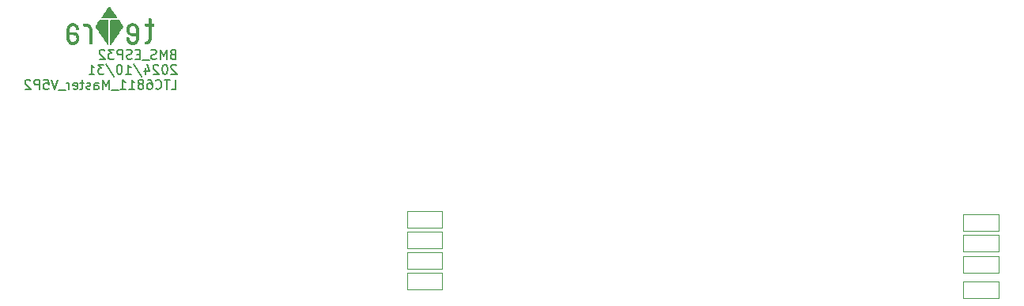
<source format=gbr>
%TF.GenerationSoftware,KiCad,Pcbnew,9.0.4*%
%TF.CreationDate,2025-10-02T14:04:06+09:00*%
%TF.ProjectId,LTC6811_ESP32_Master_V5P3,4c544336-3831-4315-9f45-535033325f4d,rev?*%
%TF.SameCoordinates,Original*%
%TF.FileFunction,Legend,Bot*%
%TF.FilePolarity,Positive*%
%FSLAX46Y46*%
G04 Gerber Fmt 4.6, Leading zero omitted, Abs format (unit mm)*
G04 Created by KiCad (PCBNEW 9.0.4) date 2025-10-02 14:04:06*
%MOMM*%
%LPD*%
G01*
G04 APERTURE LIST*
G04 Aperture macros list*
%AMRoundRect*
0 Rectangle with rounded corners*
0 $1 Rounding radius*
0 $2 $3 $4 $5 $6 $7 $8 $9 X,Y pos of 4 corners*
0 Add a 4 corners polygon primitive as box body*
4,1,4,$2,$3,$4,$5,$6,$7,$8,$9,$2,$3,0*
0 Add four circle primitives for the rounded corners*
1,1,$1+$1,$2,$3*
1,1,$1+$1,$4,$5*
1,1,$1+$1,$6,$7*
1,1,$1+$1,$8,$9*
0 Add four rect primitives between the rounded corners*
20,1,$1+$1,$2,$3,$4,$5,0*
20,1,$1+$1,$4,$5,$6,$7,0*
20,1,$1+$1,$6,$7,$8,$9,0*
20,1,$1+$1,$8,$9,$2,$3,0*%
G04 Aperture macros list end*
%ADD10C,0.120000*%
%ADD11C,0.150000*%
%ADD12C,0.010000*%
%ADD13C,3.200000*%
%ADD14RoundRect,0.250000X0.725000X-0.600000X0.725000X0.600000X-0.725000X0.600000X-0.725000X-0.600000X0*%
%ADD15O,1.950000X1.700000*%
%ADD16R,1.600000X1.600000*%
%ADD17O,1.600000X1.600000*%
%ADD18C,1.400000*%
%ADD19O,1.400000X1.400000*%
%ADD20O,1.700000X1.950000*%
%ADD21RoundRect,0.250000X0.600000X0.725000X-0.600000X0.725000X-0.600000X-0.725000X0.600000X-0.725000X0*%
%ADD22RoundRect,0.250001X-1.099999X1.099999X-1.099999X-1.099999X1.099999X-1.099999X1.099999X1.099999X0*%
%ADD23C,2.700000*%
%ADD24RoundRect,0.250000X-0.725000X0.600000X-0.725000X-0.600000X0.725000X-0.600000X0.725000X0.600000X0*%
G04 APERTURE END LIST*
D10*
X139000000Y12900000D02*
X142800000Y12900000D01*
X142800000Y11100000D01*
X139000000Y11100000D01*
X139000000Y12900000D01*
X139000000Y20100000D02*
X142800000Y20100000D01*
X142800000Y18300000D01*
X139000000Y18300000D01*
X139000000Y20100000D01*
X79400000Y13800000D02*
X83200000Y13800000D01*
X83200000Y12000000D01*
X79400000Y12000000D01*
X79400000Y13800000D01*
X79400000Y20400000D02*
X83200000Y20400000D01*
X83200000Y18600000D01*
X79400000Y18600000D01*
X79400000Y20400000D01*
X139000000Y15600000D02*
X142800000Y15600000D01*
X142800000Y13800000D01*
X139000000Y13800000D01*
X139000000Y15600000D01*
X79400000Y18200000D02*
X83200000Y18200000D01*
X83200000Y16400000D01*
X79400000Y16400000D01*
X79400000Y18200000D01*
X139000000Y17900000D02*
X142800000Y17900000D01*
X142800000Y16100000D01*
X139000000Y16100000D01*
X139000000Y17900000D01*
X79400000Y16000000D02*
X83200000Y16000000D01*
X83200000Y14200000D01*
X79400000Y14200000D01*
X79400000Y16000000D01*
D11*
X54329887Y37223879D02*
X54187030Y37176260D01*
X54187030Y37176260D02*
X54139411Y37128641D01*
X54139411Y37128641D02*
X54091792Y37033403D01*
X54091792Y37033403D02*
X54091792Y36890546D01*
X54091792Y36890546D02*
X54139411Y36795308D01*
X54139411Y36795308D02*
X54187030Y36747688D01*
X54187030Y36747688D02*
X54282268Y36700069D01*
X54282268Y36700069D02*
X54663220Y36700069D01*
X54663220Y36700069D02*
X54663220Y37700069D01*
X54663220Y37700069D02*
X54329887Y37700069D01*
X54329887Y37700069D02*
X54234649Y37652450D01*
X54234649Y37652450D02*
X54187030Y37604831D01*
X54187030Y37604831D02*
X54139411Y37509593D01*
X54139411Y37509593D02*
X54139411Y37414355D01*
X54139411Y37414355D02*
X54187030Y37319117D01*
X54187030Y37319117D02*
X54234649Y37271498D01*
X54234649Y37271498D02*
X54329887Y37223879D01*
X54329887Y37223879D02*
X54663220Y37223879D01*
X53663220Y36700069D02*
X53663220Y37700069D01*
X53663220Y37700069D02*
X53329887Y36985784D01*
X53329887Y36985784D02*
X52996554Y37700069D01*
X52996554Y37700069D02*
X52996554Y36700069D01*
X52567982Y36747688D02*
X52425125Y36700069D01*
X52425125Y36700069D02*
X52187030Y36700069D01*
X52187030Y36700069D02*
X52091792Y36747688D01*
X52091792Y36747688D02*
X52044173Y36795308D01*
X52044173Y36795308D02*
X51996554Y36890546D01*
X51996554Y36890546D02*
X51996554Y36985784D01*
X51996554Y36985784D02*
X52044173Y37081022D01*
X52044173Y37081022D02*
X52091792Y37128641D01*
X52091792Y37128641D02*
X52187030Y37176260D01*
X52187030Y37176260D02*
X52377506Y37223879D01*
X52377506Y37223879D02*
X52472744Y37271498D01*
X52472744Y37271498D02*
X52520363Y37319117D01*
X52520363Y37319117D02*
X52567982Y37414355D01*
X52567982Y37414355D02*
X52567982Y37509593D01*
X52567982Y37509593D02*
X52520363Y37604831D01*
X52520363Y37604831D02*
X52472744Y37652450D01*
X52472744Y37652450D02*
X52377506Y37700069D01*
X52377506Y37700069D02*
X52139411Y37700069D01*
X52139411Y37700069D02*
X51996554Y37652450D01*
X51806078Y36604831D02*
X51044173Y36604831D01*
X50806077Y37223879D02*
X50472744Y37223879D01*
X50329887Y36700069D02*
X50806077Y36700069D01*
X50806077Y36700069D02*
X50806077Y37700069D01*
X50806077Y37700069D02*
X50329887Y37700069D01*
X49948934Y36747688D02*
X49806077Y36700069D01*
X49806077Y36700069D02*
X49567982Y36700069D01*
X49567982Y36700069D02*
X49472744Y36747688D01*
X49472744Y36747688D02*
X49425125Y36795308D01*
X49425125Y36795308D02*
X49377506Y36890546D01*
X49377506Y36890546D02*
X49377506Y36985784D01*
X49377506Y36985784D02*
X49425125Y37081022D01*
X49425125Y37081022D02*
X49472744Y37128641D01*
X49472744Y37128641D02*
X49567982Y37176260D01*
X49567982Y37176260D02*
X49758458Y37223879D01*
X49758458Y37223879D02*
X49853696Y37271498D01*
X49853696Y37271498D02*
X49901315Y37319117D01*
X49901315Y37319117D02*
X49948934Y37414355D01*
X49948934Y37414355D02*
X49948934Y37509593D01*
X49948934Y37509593D02*
X49901315Y37604831D01*
X49901315Y37604831D02*
X49853696Y37652450D01*
X49853696Y37652450D02*
X49758458Y37700069D01*
X49758458Y37700069D02*
X49520363Y37700069D01*
X49520363Y37700069D02*
X49377506Y37652450D01*
X48948934Y36700069D02*
X48948934Y37700069D01*
X48948934Y37700069D02*
X48567982Y37700069D01*
X48567982Y37700069D02*
X48472744Y37652450D01*
X48472744Y37652450D02*
X48425125Y37604831D01*
X48425125Y37604831D02*
X48377506Y37509593D01*
X48377506Y37509593D02*
X48377506Y37366736D01*
X48377506Y37366736D02*
X48425125Y37271498D01*
X48425125Y37271498D02*
X48472744Y37223879D01*
X48472744Y37223879D02*
X48567982Y37176260D01*
X48567982Y37176260D02*
X48948934Y37176260D01*
X48044172Y37700069D02*
X47425125Y37700069D01*
X47425125Y37700069D02*
X47758458Y37319117D01*
X47758458Y37319117D02*
X47615601Y37319117D01*
X47615601Y37319117D02*
X47520363Y37271498D01*
X47520363Y37271498D02*
X47472744Y37223879D01*
X47472744Y37223879D02*
X47425125Y37128641D01*
X47425125Y37128641D02*
X47425125Y36890546D01*
X47425125Y36890546D02*
X47472744Y36795308D01*
X47472744Y36795308D02*
X47520363Y36747688D01*
X47520363Y36747688D02*
X47615601Y36700069D01*
X47615601Y36700069D02*
X47901315Y36700069D01*
X47901315Y36700069D02*
X47996553Y36747688D01*
X47996553Y36747688D02*
X48044172Y36795308D01*
X47044172Y37604831D02*
X46996553Y37652450D01*
X46996553Y37652450D02*
X46901315Y37700069D01*
X46901315Y37700069D02*
X46663220Y37700069D01*
X46663220Y37700069D02*
X46567982Y37652450D01*
X46567982Y37652450D02*
X46520363Y37604831D01*
X46520363Y37604831D02*
X46472744Y37509593D01*
X46472744Y37509593D02*
X46472744Y37414355D01*
X46472744Y37414355D02*
X46520363Y37271498D01*
X46520363Y37271498D02*
X47091791Y36700069D01*
X47091791Y36700069D02*
X46472744Y36700069D01*
X54710839Y35994887D02*
X54663220Y36042506D01*
X54663220Y36042506D02*
X54567982Y36090125D01*
X54567982Y36090125D02*
X54329887Y36090125D01*
X54329887Y36090125D02*
X54234649Y36042506D01*
X54234649Y36042506D02*
X54187030Y35994887D01*
X54187030Y35994887D02*
X54139411Y35899649D01*
X54139411Y35899649D02*
X54139411Y35804411D01*
X54139411Y35804411D02*
X54187030Y35661554D01*
X54187030Y35661554D02*
X54758458Y35090125D01*
X54758458Y35090125D02*
X54139411Y35090125D01*
X53520363Y36090125D02*
X53425125Y36090125D01*
X53425125Y36090125D02*
X53329887Y36042506D01*
X53329887Y36042506D02*
X53282268Y35994887D01*
X53282268Y35994887D02*
X53234649Y35899649D01*
X53234649Y35899649D02*
X53187030Y35709173D01*
X53187030Y35709173D02*
X53187030Y35471078D01*
X53187030Y35471078D02*
X53234649Y35280602D01*
X53234649Y35280602D02*
X53282268Y35185364D01*
X53282268Y35185364D02*
X53329887Y35137744D01*
X53329887Y35137744D02*
X53425125Y35090125D01*
X53425125Y35090125D02*
X53520363Y35090125D01*
X53520363Y35090125D02*
X53615601Y35137744D01*
X53615601Y35137744D02*
X53663220Y35185364D01*
X53663220Y35185364D02*
X53710839Y35280602D01*
X53710839Y35280602D02*
X53758458Y35471078D01*
X53758458Y35471078D02*
X53758458Y35709173D01*
X53758458Y35709173D02*
X53710839Y35899649D01*
X53710839Y35899649D02*
X53663220Y35994887D01*
X53663220Y35994887D02*
X53615601Y36042506D01*
X53615601Y36042506D02*
X53520363Y36090125D01*
X52806077Y35994887D02*
X52758458Y36042506D01*
X52758458Y36042506D02*
X52663220Y36090125D01*
X52663220Y36090125D02*
X52425125Y36090125D01*
X52425125Y36090125D02*
X52329887Y36042506D01*
X52329887Y36042506D02*
X52282268Y35994887D01*
X52282268Y35994887D02*
X52234649Y35899649D01*
X52234649Y35899649D02*
X52234649Y35804411D01*
X52234649Y35804411D02*
X52282268Y35661554D01*
X52282268Y35661554D02*
X52853696Y35090125D01*
X52853696Y35090125D02*
X52234649Y35090125D01*
X51377506Y35756792D02*
X51377506Y35090125D01*
X51615601Y36137744D02*
X51853696Y35423459D01*
X51853696Y35423459D02*
X51234649Y35423459D01*
X50139411Y36137744D02*
X50996553Y34852030D01*
X49282268Y35090125D02*
X49853696Y35090125D01*
X49567982Y35090125D02*
X49567982Y36090125D01*
X49567982Y36090125D02*
X49663220Y35947268D01*
X49663220Y35947268D02*
X49758458Y35852030D01*
X49758458Y35852030D02*
X49853696Y35804411D01*
X48663220Y36090125D02*
X48567982Y36090125D01*
X48567982Y36090125D02*
X48472744Y36042506D01*
X48472744Y36042506D02*
X48425125Y35994887D01*
X48425125Y35994887D02*
X48377506Y35899649D01*
X48377506Y35899649D02*
X48329887Y35709173D01*
X48329887Y35709173D02*
X48329887Y35471078D01*
X48329887Y35471078D02*
X48377506Y35280602D01*
X48377506Y35280602D02*
X48425125Y35185364D01*
X48425125Y35185364D02*
X48472744Y35137744D01*
X48472744Y35137744D02*
X48567982Y35090125D01*
X48567982Y35090125D02*
X48663220Y35090125D01*
X48663220Y35090125D02*
X48758458Y35137744D01*
X48758458Y35137744D02*
X48806077Y35185364D01*
X48806077Y35185364D02*
X48853696Y35280602D01*
X48853696Y35280602D02*
X48901315Y35471078D01*
X48901315Y35471078D02*
X48901315Y35709173D01*
X48901315Y35709173D02*
X48853696Y35899649D01*
X48853696Y35899649D02*
X48806077Y35994887D01*
X48806077Y35994887D02*
X48758458Y36042506D01*
X48758458Y36042506D02*
X48663220Y36090125D01*
X47187030Y36137744D02*
X48044172Y34852030D01*
X46948934Y36090125D02*
X46329887Y36090125D01*
X46329887Y36090125D02*
X46663220Y35709173D01*
X46663220Y35709173D02*
X46520363Y35709173D01*
X46520363Y35709173D02*
X46425125Y35661554D01*
X46425125Y35661554D02*
X46377506Y35613935D01*
X46377506Y35613935D02*
X46329887Y35518697D01*
X46329887Y35518697D02*
X46329887Y35280602D01*
X46329887Y35280602D02*
X46377506Y35185364D01*
X46377506Y35185364D02*
X46425125Y35137744D01*
X46425125Y35137744D02*
X46520363Y35090125D01*
X46520363Y35090125D02*
X46806077Y35090125D01*
X46806077Y35090125D02*
X46901315Y35137744D01*
X46901315Y35137744D02*
X46948934Y35185364D01*
X45377506Y35090125D02*
X45948934Y35090125D01*
X45663220Y35090125D02*
X45663220Y36090125D01*
X45663220Y36090125D02*
X45758458Y35947268D01*
X45758458Y35947268D02*
X45853696Y35852030D01*
X45853696Y35852030D02*
X45948934Y35804411D01*
X54187030Y33480181D02*
X54663220Y33480181D01*
X54663220Y33480181D02*
X54663220Y34480181D01*
X53996553Y34480181D02*
X53425125Y34480181D01*
X53710839Y33480181D02*
X53710839Y34480181D01*
X52520363Y33575420D02*
X52567982Y33527800D01*
X52567982Y33527800D02*
X52710839Y33480181D01*
X52710839Y33480181D02*
X52806077Y33480181D01*
X52806077Y33480181D02*
X52948934Y33527800D01*
X52948934Y33527800D02*
X53044172Y33623039D01*
X53044172Y33623039D02*
X53091791Y33718277D01*
X53091791Y33718277D02*
X53139410Y33908753D01*
X53139410Y33908753D02*
X53139410Y34051610D01*
X53139410Y34051610D02*
X53091791Y34242086D01*
X53091791Y34242086D02*
X53044172Y34337324D01*
X53044172Y34337324D02*
X52948934Y34432562D01*
X52948934Y34432562D02*
X52806077Y34480181D01*
X52806077Y34480181D02*
X52710839Y34480181D01*
X52710839Y34480181D02*
X52567982Y34432562D01*
X52567982Y34432562D02*
X52520363Y34384943D01*
X51663220Y34480181D02*
X51853696Y34480181D01*
X51853696Y34480181D02*
X51948934Y34432562D01*
X51948934Y34432562D02*
X51996553Y34384943D01*
X51996553Y34384943D02*
X52091791Y34242086D01*
X52091791Y34242086D02*
X52139410Y34051610D01*
X52139410Y34051610D02*
X52139410Y33670658D01*
X52139410Y33670658D02*
X52091791Y33575420D01*
X52091791Y33575420D02*
X52044172Y33527800D01*
X52044172Y33527800D02*
X51948934Y33480181D01*
X51948934Y33480181D02*
X51758458Y33480181D01*
X51758458Y33480181D02*
X51663220Y33527800D01*
X51663220Y33527800D02*
X51615601Y33575420D01*
X51615601Y33575420D02*
X51567982Y33670658D01*
X51567982Y33670658D02*
X51567982Y33908753D01*
X51567982Y33908753D02*
X51615601Y34003991D01*
X51615601Y34003991D02*
X51663220Y34051610D01*
X51663220Y34051610D02*
X51758458Y34099229D01*
X51758458Y34099229D02*
X51948934Y34099229D01*
X51948934Y34099229D02*
X52044172Y34051610D01*
X52044172Y34051610D02*
X52091791Y34003991D01*
X52091791Y34003991D02*
X52139410Y33908753D01*
X50996553Y34051610D02*
X51091791Y34099229D01*
X51091791Y34099229D02*
X51139410Y34146848D01*
X51139410Y34146848D02*
X51187029Y34242086D01*
X51187029Y34242086D02*
X51187029Y34289705D01*
X51187029Y34289705D02*
X51139410Y34384943D01*
X51139410Y34384943D02*
X51091791Y34432562D01*
X51091791Y34432562D02*
X50996553Y34480181D01*
X50996553Y34480181D02*
X50806077Y34480181D01*
X50806077Y34480181D02*
X50710839Y34432562D01*
X50710839Y34432562D02*
X50663220Y34384943D01*
X50663220Y34384943D02*
X50615601Y34289705D01*
X50615601Y34289705D02*
X50615601Y34242086D01*
X50615601Y34242086D02*
X50663220Y34146848D01*
X50663220Y34146848D02*
X50710839Y34099229D01*
X50710839Y34099229D02*
X50806077Y34051610D01*
X50806077Y34051610D02*
X50996553Y34051610D01*
X50996553Y34051610D02*
X51091791Y34003991D01*
X51091791Y34003991D02*
X51139410Y33956372D01*
X51139410Y33956372D02*
X51187029Y33861134D01*
X51187029Y33861134D02*
X51187029Y33670658D01*
X51187029Y33670658D02*
X51139410Y33575420D01*
X51139410Y33575420D02*
X51091791Y33527800D01*
X51091791Y33527800D02*
X50996553Y33480181D01*
X50996553Y33480181D02*
X50806077Y33480181D01*
X50806077Y33480181D02*
X50710839Y33527800D01*
X50710839Y33527800D02*
X50663220Y33575420D01*
X50663220Y33575420D02*
X50615601Y33670658D01*
X50615601Y33670658D02*
X50615601Y33861134D01*
X50615601Y33861134D02*
X50663220Y33956372D01*
X50663220Y33956372D02*
X50710839Y34003991D01*
X50710839Y34003991D02*
X50806077Y34051610D01*
X49663220Y33480181D02*
X50234648Y33480181D01*
X49948934Y33480181D02*
X49948934Y34480181D01*
X49948934Y34480181D02*
X50044172Y34337324D01*
X50044172Y34337324D02*
X50139410Y34242086D01*
X50139410Y34242086D02*
X50234648Y34194467D01*
X48710839Y33480181D02*
X49282267Y33480181D01*
X48996553Y33480181D02*
X48996553Y34480181D01*
X48996553Y34480181D02*
X49091791Y34337324D01*
X49091791Y34337324D02*
X49187029Y34242086D01*
X49187029Y34242086D02*
X49282267Y34194467D01*
X48520363Y33384943D02*
X47758458Y33384943D01*
X47520362Y33480181D02*
X47520362Y34480181D01*
X47520362Y34480181D02*
X47187029Y33765896D01*
X47187029Y33765896D02*
X46853696Y34480181D01*
X46853696Y34480181D02*
X46853696Y33480181D01*
X45948934Y33480181D02*
X45948934Y34003991D01*
X45948934Y34003991D02*
X45996553Y34099229D01*
X45996553Y34099229D02*
X46091791Y34146848D01*
X46091791Y34146848D02*
X46282267Y34146848D01*
X46282267Y34146848D02*
X46377505Y34099229D01*
X45948934Y33527800D02*
X46044172Y33480181D01*
X46044172Y33480181D02*
X46282267Y33480181D01*
X46282267Y33480181D02*
X46377505Y33527800D01*
X46377505Y33527800D02*
X46425124Y33623039D01*
X46425124Y33623039D02*
X46425124Y33718277D01*
X46425124Y33718277D02*
X46377505Y33813515D01*
X46377505Y33813515D02*
X46282267Y33861134D01*
X46282267Y33861134D02*
X46044172Y33861134D01*
X46044172Y33861134D02*
X45948934Y33908753D01*
X45520362Y33527800D02*
X45425124Y33480181D01*
X45425124Y33480181D02*
X45234648Y33480181D01*
X45234648Y33480181D02*
X45139410Y33527800D01*
X45139410Y33527800D02*
X45091791Y33623039D01*
X45091791Y33623039D02*
X45091791Y33670658D01*
X45091791Y33670658D02*
X45139410Y33765896D01*
X45139410Y33765896D02*
X45234648Y33813515D01*
X45234648Y33813515D02*
X45377505Y33813515D01*
X45377505Y33813515D02*
X45472743Y33861134D01*
X45472743Y33861134D02*
X45520362Y33956372D01*
X45520362Y33956372D02*
X45520362Y34003991D01*
X45520362Y34003991D02*
X45472743Y34099229D01*
X45472743Y34099229D02*
X45377505Y34146848D01*
X45377505Y34146848D02*
X45234648Y34146848D01*
X45234648Y34146848D02*
X45139410Y34099229D01*
X44806076Y34146848D02*
X44425124Y34146848D01*
X44663219Y34480181D02*
X44663219Y33623039D01*
X44663219Y33623039D02*
X44615600Y33527800D01*
X44615600Y33527800D02*
X44520362Y33480181D01*
X44520362Y33480181D02*
X44425124Y33480181D01*
X43710838Y33527800D02*
X43806076Y33480181D01*
X43806076Y33480181D02*
X43996552Y33480181D01*
X43996552Y33480181D02*
X44091790Y33527800D01*
X44091790Y33527800D02*
X44139409Y33623039D01*
X44139409Y33623039D02*
X44139409Y34003991D01*
X44139409Y34003991D02*
X44091790Y34099229D01*
X44091790Y34099229D02*
X43996552Y34146848D01*
X43996552Y34146848D02*
X43806076Y34146848D01*
X43806076Y34146848D02*
X43710838Y34099229D01*
X43710838Y34099229D02*
X43663219Y34003991D01*
X43663219Y34003991D02*
X43663219Y33908753D01*
X43663219Y33908753D02*
X44139409Y33813515D01*
X43234647Y33480181D02*
X43234647Y34146848D01*
X43234647Y33956372D02*
X43187028Y34051610D01*
X43187028Y34051610D02*
X43139409Y34099229D01*
X43139409Y34099229D02*
X43044171Y34146848D01*
X43044171Y34146848D02*
X42948933Y34146848D01*
X42853695Y33384943D02*
X42091790Y33384943D01*
X41996551Y34480181D02*
X41663218Y33480181D01*
X41663218Y33480181D02*
X41329885Y34480181D01*
X40520361Y34480181D02*
X40996551Y34480181D01*
X40996551Y34480181D02*
X41044170Y34003991D01*
X41044170Y34003991D02*
X40996551Y34051610D01*
X40996551Y34051610D02*
X40901313Y34099229D01*
X40901313Y34099229D02*
X40663218Y34099229D01*
X40663218Y34099229D02*
X40567980Y34051610D01*
X40567980Y34051610D02*
X40520361Y34003991D01*
X40520361Y34003991D02*
X40472742Y33908753D01*
X40472742Y33908753D02*
X40472742Y33670658D01*
X40472742Y33670658D02*
X40520361Y33575420D01*
X40520361Y33575420D02*
X40567980Y33527800D01*
X40567980Y33527800D02*
X40663218Y33480181D01*
X40663218Y33480181D02*
X40901313Y33480181D01*
X40901313Y33480181D02*
X40996551Y33527800D01*
X40996551Y33527800D02*
X41044170Y33575420D01*
X40044170Y33480181D02*
X40044170Y34480181D01*
X40044170Y34480181D02*
X39663218Y34480181D01*
X39663218Y34480181D02*
X39567980Y34432562D01*
X39567980Y34432562D02*
X39520361Y34384943D01*
X39520361Y34384943D02*
X39472742Y34289705D01*
X39472742Y34289705D02*
X39472742Y34146848D01*
X39472742Y34146848D02*
X39520361Y34051610D01*
X39520361Y34051610D02*
X39567980Y34003991D01*
X39567980Y34003991D02*
X39663218Y33956372D01*
X39663218Y33956372D02*
X40044170Y33956372D01*
X39091789Y34384943D02*
X39044170Y34432562D01*
X39044170Y34432562D02*
X38948932Y34480181D01*
X38948932Y34480181D02*
X38710837Y34480181D01*
X38710837Y34480181D02*
X38615599Y34432562D01*
X38615599Y34432562D02*
X38567980Y34384943D01*
X38567980Y34384943D02*
X38520361Y34289705D01*
X38520361Y34289705D02*
X38520361Y34194467D01*
X38520361Y34194467D02*
X38567980Y34051610D01*
X38567980Y34051610D02*
X39139408Y33480181D01*
X39139408Y33480181D02*
X38520361Y33480181D01*
D12*
%TO.C,LOGO2*%
X48697370Y40597405D02*
X48712067Y40576245D01*
X48754862Y40514302D01*
X48794759Y40456076D01*
X48830621Y40403260D01*
X48861311Y40357544D01*
X48885690Y40320619D01*
X48902621Y40294176D01*
X48910967Y40279905D01*
X48916447Y40266522D01*
X48925586Y40225058D01*
X48926565Y40181354D01*
X48918904Y40143661D01*
X48918078Y40142054D01*
X48909359Y40128107D01*
X48891793Y40101316D01*
X48865951Y40062520D01*
X48832403Y40012560D01*
X48791718Y39952275D01*
X48744467Y39882504D01*
X48691219Y39804089D01*
X48632546Y39717868D01*
X48569016Y39624682D01*
X48501200Y39525370D01*
X48429668Y39420772D01*
X48354990Y39311727D01*
X48277736Y39199076D01*
X48250912Y39159998D01*
X48174659Y39049001D01*
X48101197Y38942204D01*
X48031091Y38840422D01*
X47964904Y38744468D01*
X47903203Y38655157D01*
X47846551Y38573303D01*
X47795512Y38499721D01*
X47750653Y38435225D01*
X47712537Y38380630D01*
X47681729Y38336749D01*
X47658793Y38304397D01*
X47644295Y38284389D01*
X47638798Y38277539D01*
X47638591Y38278176D01*
X47637853Y38290983D01*
X47637140Y38319548D01*
X47636456Y38362946D01*
X47635808Y38420257D01*
X47635199Y38490557D01*
X47634634Y38572923D01*
X47634117Y38666433D01*
X47633655Y38770164D01*
X47633250Y38883194D01*
X47632909Y39004601D01*
X47632635Y39133460D01*
X47632434Y39268851D01*
X47632309Y39409849D01*
X47632267Y39555533D01*
X47632267Y40833528D01*
X47652695Y40857283D01*
X47673123Y40881039D01*
X48500100Y40881039D01*
X48697370Y40597405D01*
G36*
X48697370Y40597405D02*
G01*
X48712067Y40576245D01*
X48754862Y40514302D01*
X48794759Y40456076D01*
X48830621Y40403260D01*
X48861311Y40357544D01*
X48885690Y40320619D01*
X48902621Y40294176D01*
X48910967Y40279905D01*
X48916447Y40266522D01*
X48925586Y40225058D01*
X48926565Y40181354D01*
X48918904Y40143661D01*
X48918078Y40142054D01*
X48909359Y40128107D01*
X48891793Y40101316D01*
X48865951Y40062520D01*
X48832403Y40012560D01*
X48791718Y39952275D01*
X48744467Y39882504D01*
X48691219Y39804089D01*
X48632546Y39717868D01*
X48569016Y39624682D01*
X48501200Y39525370D01*
X48429668Y39420772D01*
X48354990Y39311727D01*
X48277736Y39199076D01*
X48250912Y39159998D01*
X48174659Y39049001D01*
X48101197Y38942204D01*
X48031091Y38840422D01*
X47964904Y38744468D01*
X47903203Y38655157D01*
X47846551Y38573303D01*
X47795512Y38499721D01*
X47750653Y38435225D01*
X47712537Y38380630D01*
X47681729Y38336749D01*
X47658793Y38304397D01*
X47644295Y38284389D01*
X47638798Y38277539D01*
X47638591Y38278176D01*
X47637853Y38290983D01*
X47637140Y38319548D01*
X47636456Y38362946D01*
X47635808Y38420257D01*
X47635199Y38490557D01*
X47634634Y38572923D01*
X47634117Y38666433D01*
X47633655Y38770164D01*
X47633250Y38883194D01*
X47632909Y39004601D01*
X47632635Y39133460D01*
X47632434Y39268851D01*
X47632309Y39409849D01*
X47632267Y39555533D01*
X47632267Y40833528D01*
X47652695Y40857283D01*
X47673123Y40881039D01*
X48500100Y40881039D01*
X48697370Y40597405D01*
G37*
X47538971Y42273893D02*
X47541046Y42271770D01*
X47552003Y42257628D01*
X47571194Y42231415D01*
X47597727Y42194418D01*
X47630711Y42147926D01*
X47669255Y42093226D01*
X47712466Y42031607D01*
X47759454Y41964357D01*
X47809327Y41892765D01*
X47861193Y41818119D01*
X47914162Y41741707D01*
X47967341Y41664817D01*
X48019839Y41588737D01*
X48070765Y41514756D01*
X48119226Y41444163D01*
X48164333Y41378244D01*
X48205193Y41318289D01*
X48240914Y41265586D01*
X48270606Y41221423D01*
X48293377Y41187089D01*
X48308335Y41163871D01*
X48314589Y41153057D01*
X48314785Y41151537D01*
X48313046Y41149421D01*
X48307975Y41147562D01*
X48298601Y41145942D01*
X48283952Y41144547D01*
X48263056Y41143358D01*
X48234942Y41142361D01*
X48198638Y41141538D01*
X48153173Y41140873D01*
X48097576Y41140350D01*
X48030874Y41139953D01*
X47952097Y41139664D01*
X47860272Y41139468D01*
X47754429Y41139348D01*
X47633596Y41139288D01*
X47496800Y41139272D01*
X47438578Y41139275D01*
X47308247Y41139311D01*
X47193487Y41139400D01*
X47093330Y41139560D01*
X47006812Y41139804D01*
X46932965Y41140149D01*
X46870824Y41140612D01*
X46819421Y41141207D01*
X46777791Y41141951D01*
X46744968Y41142858D01*
X46719985Y41143946D01*
X46701876Y41145230D01*
X46689674Y41146726D01*
X46682414Y41148448D01*
X46679128Y41150414D01*
X46678851Y41152640D01*
X46680250Y41155349D01*
X46690123Y41171130D01*
X46708415Y41198830D01*
X46734227Y41237156D01*
X46766655Y41284815D01*
X46804800Y41340513D01*
X46847760Y41402956D01*
X46894634Y41470853D01*
X46944521Y41542908D01*
X46996519Y41617830D01*
X47049728Y41694325D01*
X47103247Y41771099D01*
X47156173Y41846859D01*
X47207607Y41920312D01*
X47256647Y41990164D01*
X47302391Y42055123D01*
X47343939Y42113895D01*
X47380389Y42165186D01*
X47410841Y42207704D01*
X47434393Y42240154D01*
X47450144Y42261245D01*
X47457193Y42269682D01*
X47477748Y42278798D01*
X47509730Y42281661D01*
X47538971Y42273893D01*
G36*
X47538971Y42273893D02*
G01*
X47541046Y42271770D01*
X47552003Y42257628D01*
X47571194Y42231415D01*
X47597727Y42194418D01*
X47630711Y42147926D01*
X47669255Y42093226D01*
X47712466Y42031607D01*
X47759454Y41964357D01*
X47809327Y41892765D01*
X47861193Y41818119D01*
X47914162Y41741707D01*
X47967341Y41664817D01*
X48019839Y41588737D01*
X48070765Y41514756D01*
X48119226Y41444163D01*
X48164333Y41378244D01*
X48205193Y41318289D01*
X48240914Y41265586D01*
X48270606Y41221423D01*
X48293377Y41187089D01*
X48308335Y41163871D01*
X48314589Y41153057D01*
X48314785Y41151537D01*
X48313046Y41149421D01*
X48307975Y41147562D01*
X48298601Y41145942D01*
X48283952Y41144547D01*
X48263056Y41143358D01*
X48234942Y41142361D01*
X48198638Y41141538D01*
X48153173Y41140873D01*
X48097576Y41140350D01*
X48030874Y41139953D01*
X47952097Y41139664D01*
X47860272Y41139468D01*
X47754429Y41139348D01*
X47633596Y41139288D01*
X47496800Y41139272D01*
X47438578Y41139275D01*
X47308247Y41139311D01*
X47193487Y41139400D01*
X47093330Y41139560D01*
X47006812Y41139804D01*
X46932965Y41140149D01*
X46870824Y41140612D01*
X46819421Y41141207D01*
X46777791Y41141951D01*
X46744968Y41142858D01*
X46719985Y41143946D01*
X46701876Y41145230D01*
X46689674Y41146726D01*
X46682414Y41148448D01*
X46679128Y41150414D01*
X46678851Y41152640D01*
X46680250Y41155349D01*
X46690123Y41171130D01*
X46708415Y41198830D01*
X46734227Y41237156D01*
X46766655Y41284815D01*
X46804800Y41340513D01*
X46847760Y41402956D01*
X46894634Y41470853D01*
X46944521Y41542908D01*
X46996519Y41617830D01*
X47049728Y41694325D01*
X47103247Y41771099D01*
X47156173Y41846859D01*
X47207607Y41920312D01*
X47256647Y41990164D01*
X47302391Y42055123D01*
X47343939Y42113895D01*
X47380389Y42165186D01*
X47410841Y42207704D01*
X47434393Y42240154D01*
X47450144Y42261245D01*
X47457193Y42269682D01*
X47477748Y42278798D01*
X47509730Y42281661D01*
X47538971Y42273893D01*
G37*
X46934853Y40876776D02*
X47027311Y40876466D01*
X47108914Y40875832D01*
X47178651Y40874896D01*
X47235507Y40873677D01*
X47278471Y40872194D01*
X47306528Y40870468D01*
X47318666Y40868518D01*
X47318970Y40868351D01*
X47332512Y40854553D01*
X47343510Y40833387D01*
X47344483Y40827843D01*
X47345796Y40810019D01*
X47346986Y40780263D01*
X47348058Y40738159D01*
X47349012Y40683291D01*
X47349854Y40615240D01*
X47350585Y40533591D01*
X47351208Y40437927D01*
X47351728Y40327830D01*
X47352146Y40202885D01*
X47352466Y40062673D01*
X47352691Y39906779D01*
X47352823Y39734785D01*
X47352867Y39546275D01*
X47352866Y39520550D01*
X47352809Y39376655D01*
X47352673Y39237616D01*
X47352462Y39104363D01*
X47352180Y38977824D01*
X47351832Y38858929D01*
X47351424Y38748606D01*
X47350959Y38647785D01*
X47350442Y38557395D01*
X47349878Y38478363D01*
X47349272Y38411621D01*
X47348628Y38358095D01*
X47347951Y38318716D01*
X47347246Y38294412D01*
X47346517Y38286113D01*
X47346460Y38286123D01*
X47340092Y38293483D01*
X47324947Y38313849D01*
X47301701Y38346227D01*
X47271032Y38389628D01*
X47233617Y38443059D01*
X47190132Y38505528D01*
X47141254Y38576045D01*
X47087660Y38653617D01*
X47030026Y38737254D01*
X46969030Y38825962D01*
X46905349Y38918752D01*
X46839658Y39014630D01*
X46772636Y39112607D01*
X46704958Y39211689D01*
X46637302Y39310886D01*
X46570344Y39409206D01*
X46504761Y39505657D01*
X46441230Y39599248D01*
X46380428Y39688987D01*
X46323032Y39773883D01*
X46269718Y39852944D01*
X46221164Y39925178D01*
X46178045Y39989594D01*
X46141040Y40045201D01*
X46110824Y40091006D01*
X46088074Y40126018D01*
X46073468Y40149246D01*
X46067682Y40159698D01*
X46061493Y40192523D01*
X46064524Y40242597D01*
X46081221Y40289029D01*
X46082680Y40291507D01*
X46093331Y40308031D01*
X46112180Y40336295D01*
X46138106Y40374648D01*
X46169984Y40421440D01*
X46206691Y40475021D01*
X46247105Y40533740D01*
X46290101Y40595946D01*
X46484636Y40876805D01*
X46893908Y40876805D01*
X46934853Y40876776D01*
G36*
X46934853Y40876776D02*
G01*
X47027311Y40876466D01*
X47108914Y40875832D01*
X47178651Y40874896D01*
X47235507Y40873677D01*
X47278471Y40872194D01*
X47306528Y40870468D01*
X47318666Y40868518D01*
X47318970Y40868351D01*
X47332512Y40854553D01*
X47343510Y40833387D01*
X47344483Y40827843D01*
X47345796Y40810019D01*
X47346986Y40780263D01*
X47348058Y40738159D01*
X47349012Y40683291D01*
X47349854Y40615240D01*
X47350585Y40533591D01*
X47351208Y40437927D01*
X47351728Y40327830D01*
X47352146Y40202885D01*
X47352466Y40062673D01*
X47352691Y39906779D01*
X47352823Y39734785D01*
X47352867Y39546275D01*
X47352866Y39520550D01*
X47352809Y39376655D01*
X47352673Y39237616D01*
X47352462Y39104363D01*
X47352180Y38977824D01*
X47351832Y38858929D01*
X47351424Y38748606D01*
X47350959Y38647785D01*
X47350442Y38557395D01*
X47349878Y38478363D01*
X47349272Y38411621D01*
X47348628Y38358095D01*
X47347951Y38318716D01*
X47347246Y38294412D01*
X47346517Y38286113D01*
X47346460Y38286123D01*
X47340092Y38293483D01*
X47324947Y38313849D01*
X47301701Y38346227D01*
X47271032Y38389628D01*
X47233617Y38443059D01*
X47190132Y38505528D01*
X47141254Y38576045D01*
X47087660Y38653617D01*
X47030026Y38737254D01*
X46969030Y38825962D01*
X46905349Y38918752D01*
X46839658Y39014630D01*
X46772636Y39112607D01*
X46704958Y39211689D01*
X46637302Y39310886D01*
X46570344Y39409206D01*
X46504761Y39505657D01*
X46441230Y39599248D01*
X46380428Y39688987D01*
X46323032Y39773883D01*
X46269718Y39852944D01*
X46221164Y39925178D01*
X46178045Y39989594D01*
X46141040Y40045201D01*
X46110824Y40091006D01*
X46088074Y40126018D01*
X46073468Y40149246D01*
X46067682Y40159698D01*
X46061493Y40192523D01*
X46064524Y40242597D01*
X46081221Y40289029D01*
X46082680Y40291507D01*
X46093331Y40308031D01*
X46112180Y40336295D01*
X46138106Y40374648D01*
X46169984Y40421440D01*
X46206691Y40475021D01*
X46247105Y40533740D01*
X46290101Y40595946D01*
X46484636Y40876805D01*
X46893908Y40876805D01*
X46934853Y40876776D01*
G37*
X44934558Y40510693D02*
X44941690Y40510483D01*
X45017950Y40507048D01*
X45081423Y40501346D01*
X45135875Y40492620D01*
X45185071Y40480113D01*
X45232780Y40463068D01*
X45282767Y40440728D01*
X45296714Y40433797D01*
X45382317Y40380673D01*
X45456904Y40314883D01*
X45520032Y40236959D01*
X45571259Y40147434D01*
X45610141Y40046840D01*
X45629585Y39983572D01*
X45632104Y39167701D01*
X45632435Y39048714D01*
X45632695Y38916234D01*
X45632783Y38799437D01*
X45632695Y38697633D01*
X45632423Y38610132D01*
X45631961Y38536243D01*
X45631304Y38475276D01*
X45630445Y38426539D01*
X45629379Y38389341D01*
X45628099Y38362994D01*
X45626599Y38346805D01*
X45624874Y38340084D01*
X45624229Y38339374D01*
X45613961Y38334168D01*
X45593887Y38330761D01*
X45561642Y38328902D01*
X45514861Y38328339D01*
X45499463Y38328359D01*
X45461128Y38328810D01*
X45435671Y38330210D01*
X45420018Y38333020D01*
X45411096Y38337701D01*
X45405831Y38344716D01*
X45404991Y38348128D01*
X45403322Y38367742D01*
X45401847Y38404124D01*
X45400565Y38457292D01*
X45399476Y38527269D01*
X45398580Y38614075D01*
X45397877Y38717730D01*
X45397366Y38838255D01*
X45397047Y38975671D01*
X45396920Y39129999D01*
X45396855Y39263946D01*
X45396700Y39385061D01*
X45396441Y39491247D01*
X45396064Y39583518D01*
X45395553Y39662887D01*
X45394894Y39730368D01*
X45394072Y39786974D01*
X45393072Y39833718D01*
X45391879Y39871613D01*
X45390480Y39901672D01*
X45388858Y39924910D01*
X45386999Y39942339D01*
X45384889Y39954972D01*
X45378800Y39979971D01*
X45350553Y40054319D01*
X45309762Y40120296D01*
X45258015Y40175678D01*
X45196897Y40218244D01*
X45171329Y40231139D01*
X45134256Y40245756D01*
X45094152Y40256059D01*
X45047567Y40262660D01*
X44991051Y40266171D01*
X44921155Y40267206D01*
X44869640Y40267282D01*
X44825681Y40268505D01*
X44794509Y40272482D01*
X44773927Y40280821D01*
X44761741Y40295131D01*
X44755755Y40317020D01*
X44753773Y40348098D01*
X44753600Y40389972D01*
X44753594Y40399697D01*
X44753922Y40438910D01*
X44756393Y40468065D01*
X44763122Y40488571D01*
X44776220Y40501837D01*
X44797800Y40509273D01*
X44829974Y40512288D01*
X44874856Y40512292D01*
X44934558Y40510693D01*
G36*
X44934558Y40510693D02*
G01*
X44941690Y40510483D01*
X45017950Y40507048D01*
X45081423Y40501346D01*
X45135875Y40492620D01*
X45185071Y40480113D01*
X45232780Y40463068D01*
X45282767Y40440728D01*
X45296714Y40433797D01*
X45382317Y40380673D01*
X45456904Y40314883D01*
X45520032Y40236959D01*
X45571259Y40147434D01*
X45610141Y40046840D01*
X45629585Y39983572D01*
X45632104Y39167701D01*
X45632435Y39048714D01*
X45632695Y38916234D01*
X45632783Y38799437D01*
X45632695Y38697633D01*
X45632423Y38610132D01*
X45631961Y38536243D01*
X45631304Y38475276D01*
X45630445Y38426539D01*
X45629379Y38389341D01*
X45628099Y38362994D01*
X45626599Y38346805D01*
X45624874Y38340084D01*
X45624229Y38339374D01*
X45613961Y38334168D01*
X45593887Y38330761D01*
X45561642Y38328902D01*
X45514861Y38328339D01*
X45499463Y38328359D01*
X45461128Y38328810D01*
X45435671Y38330210D01*
X45420018Y38333020D01*
X45411096Y38337701D01*
X45405831Y38344716D01*
X45404991Y38348128D01*
X45403322Y38367742D01*
X45401847Y38404124D01*
X45400565Y38457292D01*
X45399476Y38527269D01*
X45398580Y38614075D01*
X45397877Y38717730D01*
X45397366Y38838255D01*
X45397047Y38975671D01*
X45396920Y39129999D01*
X45396855Y39263946D01*
X45396700Y39385061D01*
X45396441Y39491247D01*
X45396064Y39583518D01*
X45395553Y39662887D01*
X45394894Y39730368D01*
X45394072Y39786974D01*
X45393072Y39833718D01*
X45391879Y39871613D01*
X45390480Y39901672D01*
X45388858Y39924910D01*
X45386999Y39942339D01*
X45384889Y39954972D01*
X45378800Y39979971D01*
X45350553Y40054319D01*
X45309762Y40120296D01*
X45258015Y40175678D01*
X45196897Y40218244D01*
X45171329Y40231139D01*
X45134256Y40245756D01*
X45094152Y40256059D01*
X45047567Y40262660D01*
X44991051Y40266171D01*
X44921155Y40267206D01*
X44869640Y40267282D01*
X44825681Y40268505D01*
X44794509Y40272482D01*
X44773927Y40280821D01*
X44761741Y40295131D01*
X44755755Y40317020D01*
X44753773Y40348098D01*
X44753600Y40389972D01*
X44753594Y40399697D01*
X44753922Y40438910D01*
X44756393Y40468065D01*
X44763122Y40488571D01*
X44776220Y40501837D01*
X44797800Y40509273D01*
X44829974Y40512288D01*
X44874856Y40512292D01*
X44934558Y40510693D01*
G37*
X51803342Y41107577D02*
X51829158Y41097389D01*
X51866820Y41079776D01*
X51887524Y41069452D01*
X51922147Y41051016D01*
X51950775Y41034347D01*
X51968715Y41022103D01*
X51992600Y41002300D01*
X51992600Y40504272D01*
X52131820Y40504272D01*
X52183144Y40504224D01*
X52226700Y40503115D01*
X52257500Y40499367D01*
X52277750Y40491400D01*
X52289658Y40477633D01*
X52295431Y40456488D01*
X52297276Y40426383D01*
X52297400Y40385739D01*
X52297333Y40348998D01*
X52295784Y40317817D01*
X52290548Y40295769D01*
X52279419Y40281273D01*
X52260188Y40272748D01*
X52230650Y40268616D01*
X52188596Y40267295D01*
X52131820Y40267205D01*
X51992600Y40267205D01*
X51992600Y39599448D01*
X51992590Y39535287D01*
X51992500Y39416935D01*
X51992299Y39313754D01*
X51991966Y39224563D01*
X51991482Y39148181D01*
X51990826Y39083426D01*
X51989976Y39029117D01*
X51988913Y38984074D01*
X51987617Y38947115D01*
X51986066Y38917059D01*
X51984239Y38892725D01*
X51982117Y38872931D01*
X51979679Y38856498D01*
X51977474Y38844086D01*
X51950624Y38733720D01*
X51913013Y38636224D01*
X51864715Y38551694D01*
X51805809Y38480223D01*
X51736371Y38421906D01*
X51656476Y38376839D01*
X51566202Y38345115D01*
X51565923Y38345042D01*
X51531014Y38337975D01*
X51489918Y38332777D01*
X51446458Y38329553D01*
X51404457Y38328408D01*
X51367736Y38329447D01*
X51340119Y38332776D01*
X51325427Y38338499D01*
X51320810Y38351001D01*
X51317437Y38376161D01*
X51315441Y38409642D01*
X51314816Y38447243D01*
X51315552Y38484763D01*
X51317642Y38518003D01*
X51321078Y38542762D01*
X51325850Y38554841D01*
X51330942Y38557038D01*
X51351025Y38561107D01*
X51381353Y38564732D01*
X51417605Y38567325D01*
X51442935Y38568875D01*
X51483228Y38573479D01*
X51515624Y38581132D01*
X51546088Y38593028D01*
X51567551Y38603843D01*
X51623934Y38644136D01*
X51670513Y38697467D01*
X51707667Y38764339D01*
X51735773Y38845253D01*
X51738166Y38855072D01*
X51740560Y38867878D01*
X51742647Y38883609D01*
X51744455Y38903430D01*
X51746013Y38928511D01*
X51747348Y38960019D01*
X51748487Y38999120D01*
X51749459Y39046983D01*
X51750292Y39104774D01*
X51751012Y39173662D01*
X51751648Y39254813D01*
X51752227Y39349395D01*
X51752778Y39458576D01*
X51753327Y39583522D01*
X51756194Y40267205D01*
X51570077Y40267205D01*
X51558413Y40267200D01*
X51495548Y40267162D01*
X51447354Y40267897D01*
X51411887Y40270490D01*
X51387206Y40276025D01*
X51371369Y40285584D01*
X51362431Y40300251D01*
X51358452Y40321110D01*
X51357490Y40349245D01*
X51357600Y40385739D01*
X51357591Y40391813D01*
X51357520Y40427010D01*
X51358820Y40453995D01*
X51363436Y40473856D01*
X51373311Y40487679D01*
X51390390Y40496551D01*
X51416618Y40501560D01*
X51453939Y40503791D01*
X51504298Y40504333D01*
X51569639Y40504272D01*
X51755317Y40504272D01*
X51757542Y40801802D01*
X51757716Y40824647D01*
X51758375Y40899733D01*
X51759116Y40960015D01*
X51760030Y41007171D01*
X51761209Y41042880D01*
X51762744Y41068822D01*
X51764728Y41086674D01*
X51767252Y41098117D01*
X51770408Y41104829D01*
X51774288Y41108489D01*
X51775655Y41109269D01*
X51786474Y41111237D01*
X51803342Y41107577D01*
G36*
X51803342Y41107577D02*
G01*
X51829158Y41097389D01*
X51866820Y41079776D01*
X51887524Y41069452D01*
X51922147Y41051016D01*
X51950775Y41034347D01*
X51968715Y41022103D01*
X51992600Y41002300D01*
X51992600Y40504272D01*
X52131820Y40504272D01*
X52183144Y40504224D01*
X52226700Y40503115D01*
X52257500Y40499367D01*
X52277750Y40491400D01*
X52289658Y40477633D01*
X52295431Y40456488D01*
X52297276Y40426383D01*
X52297400Y40385739D01*
X52297333Y40348998D01*
X52295784Y40317817D01*
X52290548Y40295769D01*
X52279419Y40281273D01*
X52260188Y40272748D01*
X52230650Y40268616D01*
X52188596Y40267295D01*
X52131820Y40267205D01*
X51992600Y40267205D01*
X51992600Y39599448D01*
X51992590Y39535287D01*
X51992500Y39416935D01*
X51992299Y39313754D01*
X51991966Y39224563D01*
X51991482Y39148181D01*
X51990826Y39083426D01*
X51989976Y39029117D01*
X51988913Y38984074D01*
X51987617Y38947115D01*
X51986066Y38917059D01*
X51984239Y38892725D01*
X51982117Y38872931D01*
X51979679Y38856498D01*
X51977474Y38844086D01*
X51950624Y38733720D01*
X51913013Y38636224D01*
X51864715Y38551694D01*
X51805809Y38480223D01*
X51736371Y38421906D01*
X51656476Y38376839D01*
X51566202Y38345115D01*
X51565923Y38345042D01*
X51531014Y38337975D01*
X51489918Y38332777D01*
X51446458Y38329553D01*
X51404457Y38328408D01*
X51367736Y38329447D01*
X51340119Y38332776D01*
X51325427Y38338499D01*
X51320810Y38351001D01*
X51317437Y38376161D01*
X51315441Y38409642D01*
X51314816Y38447243D01*
X51315552Y38484763D01*
X51317642Y38518003D01*
X51321078Y38542762D01*
X51325850Y38554841D01*
X51330942Y38557038D01*
X51351025Y38561107D01*
X51381353Y38564732D01*
X51417605Y38567325D01*
X51442935Y38568875D01*
X51483228Y38573479D01*
X51515624Y38581132D01*
X51546088Y38593028D01*
X51567551Y38603843D01*
X51623934Y38644136D01*
X51670513Y38697467D01*
X51707667Y38764339D01*
X51735773Y38845253D01*
X51738166Y38855072D01*
X51740560Y38867878D01*
X51742647Y38883609D01*
X51744455Y38903430D01*
X51746013Y38928511D01*
X51747348Y38960019D01*
X51748487Y38999120D01*
X51749459Y39046983D01*
X51750292Y39104774D01*
X51751012Y39173662D01*
X51751648Y39254813D01*
X51752227Y39349395D01*
X51752778Y39458576D01*
X51753327Y39583522D01*
X51756194Y40267205D01*
X51570077Y40267205D01*
X51558413Y40267200D01*
X51495548Y40267162D01*
X51447354Y40267897D01*
X51411887Y40270490D01*
X51387206Y40276025D01*
X51371369Y40285584D01*
X51362431Y40300251D01*
X51358452Y40321110D01*
X51357490Y40349245D01*
X51357600Y40385739D01*
X51357591Y40391813D01*
X51357520Y40427010D01*
X51358820Y40453995D01*
X51363436Y40473856D01*
X51373311Y40487679D01*
X51390390Y40496551D01*
X51416618Y40501560D01*
X51453939Y40503791D01*
X51504298Y40504333D01*
X51569639Y40504272D01*
X51755317Y40504272D01*
X51757542Y40801802D01*
X51757716Y40824647D01*
X51758375Y40899733D01*
X51759116Y40960015D01*
X51760030Y41007171D01*
X51761209Y41042880D01*
X51762744Y41068822D01*
X51764728Y41086674D01*
X51767252Y41098117D01*
X51770408Y41104829D01*
X51774288Y41108489D01*
X51775655Y41109269D01*
X51786474Y41111237D01*
X51803342Y41107577D01*
G37*
X44245579Y38883609D02*
X44244318Y38872003D01*
X44234486Y38803783D01*
X44220590Y38744600D01*
X44200722Y38687693D01*
X44172972Y38626299D01*
X44123458Y38543480D01*
X44060325Y38469054D01*
X43985998Y38405813D01*
X43902112Y38354932D01*
X43810302Y38317588D01*
X43712200Y38294954D01*
X43711015Y38294780D01*
X43606433Y38287807D01*
X43501023Y38296655D01*
X43398933Y38320981D01*
X43321988Y38352068D01*
X43239338Y38401621D01*
X43166133Y38464047D01*
X43103390Y38538114D01*
X43052127Y38622592D01*
X43013363Y38716249D01*
X42988117Y38817854D01*
X42986216Y38829783D01*
X42983788Y38849059D01*
X42981754Y38871731D01*
X42980094Y38899154D01*
X42978783Y38932681D01*
X42977800Y38973665D01*
X42977121Y39023460D01*
X42976724Y39083419D01*
X42976586Y39154897D01*
X42976685Y39239247D01*
X42976998Y39337822D01*
X42977027Y39344339D01*
X43220016Y39344339D01*
X43223130Y39088222D01*
X43224049Y39017132D01*
X43225022Y38958289D01*
X43226178Y38912087D01*
X43227679Y38876345D01*
X43229684Y38848882D01*
X43232354Y38827518D01*
X43235850Y38810072D01*
X43240333Y38794363D01*
X43245963Y38778211D01*
X43269780Y38727417D01*
X43303929Y38675226D01*
X43343676Y38628800D01*
X43384898Y38593618D01*
X43407182Y38580302D01*
X43444381Y38562383D01*
X43481039Y38548571D01*
X43504288Y38542587D01*
X43560905Y38534436D01*
X43623259Y38532078D01*
X43684455Y38535606D01*
X43737600Y38545112D01*
X43754733Y38550141D01*
X43823848Y38580732D01*
X43883541Y38624742D01*
X43933074Y38681180D01*
X43971708Y38749056D01*
X43998705Y38827378D01*
X44013327Y38915156D01*
X44013907Y38922373D01*
X44012402Y39000830D01*
X43997267Y39076017D01*
X43969668Y39145582D01*
X43930773Y39207171D01*
X43881751Y39258432D01*
X43823769Y39297011D01*
X43804601Y39306408D01*
X43778208Y39317762D01*
X43751495Y39326624D01*
X43722090Y39333294D01*
X43687620Y39338075D01*
X43645711Y39341268D01*
X43593992Y39343175D01*
X43530089Y39344098D01*
X43451629Y39344339D01*
X43220016Y39344339D01*
X42977027Y39344339D01*
X42977502Y39451976D01*
X42980196Y40008972D01*
X43003783Y40084857D01*
X43041682Y40184441D01*
X43091839Y40275239D01*
X43153030Y40353208D01*
X43225292Y40418385D01*
X43308659Y40470809D01*
X43403167Y40510515D01*
X43430760Y40519246D01*
X43455423Y40525463D01*
X43480851Y40529512D01*
X43511084Y40531857D01*
X43550164Y40532960D01*
X43602133Y40533282D01*
X43613734Y40533294D01*
X43662109Y40533048D01*
X43698325Y40531959D01*
X43726353Y40529557D01*
X43750165Y40525373D01*
X43773730Y40518938D01*
X43801019Y40509783D01*
X43891277Y40470628D01*
X43971047Y40419374D01*
X44039965Y40355680D01*
X44098842Y40278796D01*
X44148487Y40187971D01*
X44166390Y40144468D01*
X44182863Y40094681D01*
X44196420Y40043606D01*
X44206570Y39994106D01*
X44212821Y39949044D01*
X44214683Y39911280D01*
X44211662Y39883678D01*
X44203267Y39869099D01*
X44193780Y39865880D01*
X44169732Y39862664D01*
X44137023Y39860927D01*
X44099915Y39860606D01*
X44062665Y39861638D01*
X44029534Y39863960D01*
X44004782Y39867508D01*
X43992668Y39872219D01*
X43990509Y39876030D01*
X43984182Y39894912D01*
X43977025Y39924079D01*
X43970211Y39959002D01*
X43966343Y39979478D01*
X43942062Y40063742D01*
X43906626Y40135877D01*
X43860410Y40195476D01*
X43803787Y40242134D01*
X43737132Y40275443D01*
X43660819Y40294996D01*
X43636584Y40297987D01*
X43558899Y40297443D01*
X43484545Y40282031D01*
X43415670Y40252841D01*
X43354422Y40210961D01*
X43302948Y40157481D01*
X43263395Y40093489D01*
X43260885Y40088154D01*
X43244378Y40047705D01*
X43231826Y40004795D01*
X43222805Y39956548D01*
X43216889Y39900092D01*
X43213651Y39832550D01*
X43212667Y39751049D01*
X43212667Y39591981D01*
X43464550Y39587688D01*
X43491228Y39587212D01*
X43571272Y39585367D01*
X43637576Y39582845D01*
X43692603Y39579242D01*
X43738815Y39574153D01*
X43778675Y39567175D01*
X43814647Y39557902D01*
X43849195Y39545930D01*
X43884780Y39530856D01*
X43923867Y39512274D01*
X43955207Y39495277D01*
X44026142Y39444657D01*
X44091001Y39381642D01*
X44147260Y39309287D01*
X44192396Y39230652D01*
X44223886Y39148791D01*
X44228403Y39132062D01*
X44243069Y39052073D01*
X44249006Y38966669D01*
X44247178Y38922373D01*
X44245579Y38883609D01*
G36*
X44245579Y38883609D02*
G01*
X44244318Y38872003D01*
X44234486Y38803783D01*
X44220590Y38744600D01*
X44200722Y38687693D01*
X44172972Y38626299D01*
X44123458Y38543480D01*
X44060325Y38469054D01*
X43985998Y38405813D01*
X43902112Y38354932D01*
X43810302Y38317588D01*
X43712200Y38294954D01*
X43711015Y38294780D01*
X43606433Y38287807D01*
X43501023Y38296655D01*
X43398933Y38320981D01*
X43321988Y38352068D01*
X43239338Y38401621D01*
X43166133Y38464047D01*
X43103390Y38538114D01*
X43052127Y38622592D01*
X43013363Y38716249D01*
X42988117Y38817854D01*
X42986216Y38829783D01*
X42983788Y38849059D01*
X42981754Y38871731D01*
X42980094Y38899154D01*
X42978783Y38932681D01*
X42977800Y38973665D01*
X42977121Y39023460D01*
X42976724Y39083419D01*
X42976586Y39154897D01*
X42976685Y39239247D01*
X42976998Y39337822D01*
X42977027Y39344339D01*
X43220016Y39344339D01*
X43223130Y39088222D01*
X43224049Y39017132D01*
X43225022Y38958289D01*
X43226178Y38912087D01*
X43227679Y38876345D01*
X43229684Y38848882D01*
X43232354Y38827518D01*
X43235850Y38810072D01*
X43240333Y38794363D01*
X43245963Y38778211D01*
X43269780Y38727417D01*
X43303929Y38675226D01*
X43343676Y38628800D01*
X43384898Y38593618D01*
X43407182Y38580302D01*
X43444381Y38562383D01*
X43481039Y38548571D01*
X43504288Y38542587D01*
X43560905Y38534436D01*
X43623259Y38532078D01*
X43684455Y38535606D01*
X43737600Y38545112D01*
X43754733Y38550141D01*
X43823848Y38580732D01*
X43883541Y38624742D01*
X43933074Y38681180D01*
X43971708Y38749056D01*
X43998705Y38827378D01*
X44013327Y38915156D01*
X44013907Y38922373D01*
X44012402Y39000830D01*
X43997267Y39076017D01*
X43969668Y39145582D01*
X43930773Y39207171D01*
X43881751Y39258432D01*
X43823769Y39297011D01*
X43804601Y39306408D01*
X43778208Y39317762D01*
X43751495Y39326624D01*
X43722090Y39333294D01*
X43687620Y39338075D01*
X43645711Y39341268D01*
X43593992Y39343175D01*
X43530089Y39344098D01*
X43451629Y39344339D01*
X43220016Y39344339D01*
X42977027Y39344339D01*
X42977502Y39451976D01*
X42980196Y40008972D01*
X43003783Y40084857D01*
X43041682Y40184441D01*
X43091839Y40275239D01*
X43153030Y40353208D01*
X43225292Y40418385D01*
X43308659Y40470809D01*
X43403167Y40510515D01*
X43430760Y40519246D01*
X43455423Y40525463D01*
X43480851Y40529512D01*
X43511084Y40531857D01*
X43550164Y40532960D01*
X43602133Y40533282D01*
X43613734Y40533294D01*
X43662109Y40533048D01*
X43698325Y40531959D01*
X43726353Y40529557D01*
X43750165Y40525373D01*
X43773730Y40518938D01*
X43801019Y40509783D01*
X43891277Y40470628D01*
X43971047Y40419374D01*
X44039965Y40355680D01*
X44098842Y40278796D01*
X44148487Y40187971D01*
X44166390Y40144468D01*
X44182863Y40094681D01*
X44196420Y40043606D01*
X44206570Y39994106D01*
X44212821Y39949044D01*
X44214683Y39911280D01*
X44211662Y39883678D01*
X44203267Y39869099D01*
X44193780Y39865880D01*
X44169732Y39862664D01*
X44137023Y39860927D01*
X44099915Y39860606D01*
X44062665Y39861638D01*
X44029534Y39863960D01*
X44004782Y39867508D01*
X43992668Y39872219D01*
X43990509Y39876030D01*
X43984182Y39894912D01*
X43977025Y39924079D01*
X43970211Y39959002D01*
X43966343Y39979478D01*
X43942062Y40063742D01*
X43906626Y40135877D01*
X43860410Y40195476D01*
X43803787Y40242134D01*
X43737132Y40275443D01*
X43660819Y40294996D01*
X43636584Y40297987D01*
X43558899Y40297443D01*
X43484545Y40282031D01*
X43415670Y40252841D01*
X43354422Y40210961D01*
X43302948Y40157481D01*
X43263395Y40093489D01*
X43260885Y40088154D01*
X43244378Y40047705D01*
X43231826Y40004795D01*
X43222805Y39956548D01*
X43216889Y39900092D01*
X43213651Y39832550D01*
X43212667Y39751049D01*
X43212667Y39591981D01*
X43464550Y39587688D01*
X43491228Y39587212D01*
X43571272Y39585367D01*
X43637576Y39582845D01*
X43692603Y39579242D01*
X43738815Y39574153D01*
X43778675Y39567175D01*
X43814647Y39557902D01*
X43849195Y39545930D01*
X43884780Y39530856D01*
X43923867Y39512274D01*
X43955207Y39495277D01*
X44026142Y39444657D01*
X44091001Y39381642D01*
X44147260Y39309287D01*
X44192396Y39230652D01*
X44223886Y39148791D01*
X44228403Y39132062D01*
X44243069Y39052073D01*
X44249006Y38966669D01*
X44247178Y38922373D01*
X44245579Y38883609D01*
G37*
X50633560Y39403606D02*
X50633559Y39398327D01*
X50633520Y39286702D01*
X50633437Y39190619D01*
X50633270Y39108742D01*
X50632980Y39039740D01*
X50632528Y38982278D01*
X50631872Y38935022D01*
X50630975Y38896639D01*
X50629796Y38865796D01*
X50628296Y38841158D01*
X50626435Y38821391D01*
X50624174Y38805163D01*
X50621473Y38791140D01*
X50618293Y38777987D01*
X50614594Y38764372D01*
X50607716Y38740987D01*
X50568699Y38640750D01*
X50517674Y38551529D01*
X50455387Y38474014D01*
X50382584Y38408898D01*
X50300009Y38356872D01*
X50208409Y38318627D01*
X50108528Y38294855D01*
X50099549Y38293600D01*
X50051625Y38290211D01*
X49995158Y38290153D01*
X49936481Y38293141D01*
X49881928Y38298887D01*
X49837833Y38307105D01*
X49820023Y38312170D01*
X49764507Y38332947D01*
X49705988Y38360791D01*
X49651028Y38392380D01*
X49606190Y38424392D01*
X49571423Y38455766D01*
X49507833Y38529398D01*
X49455008Y38614202D01*
X49413895Y38708204D01*
X49385440Y38809426D01*
X49370592Y38915894D01*
X49369060Y38938817D01*
X49368544Y38970267D01*
X49372918Y38991460D01*
X49384590Y39004419D01*
X49405969Y39011168D01*
X49439462Y39013734D01*
X49487480Y39014139D01*
X49518361Y39013844D01*
X49556269Y39011591D01*
X49581368Y39006094D01*
X49596176Y38996155D01*
X49603214Y38980571D01*
X49605000Y38958144D01*
X49605019Y38956513D01*
X49607064Y38932453D01*
X49611835Y38899222D01*
X49618387Y38863499D01*
X49624243Y38837935D01*
X49652302Y38756455D01*
X49692028Y38685970D01*
X49742726Y38627336D01*
X49803699Y38581407D01*
X49874252Y38549039D01*
X49880572Y38547007D01*
X49939351Y38534923D01*
X50005388Y38531146D01*
X50071991Y38535689D01*
X50132466Y38548563D01*
X50137010Y38550016D01*
X50186235Y38571343D01*
X50234990Y38601270D01*
X50277861Y38636027D01*
X50309433Y38671841D01*
X50326445Y38698102D01*
X50351388Y38745117D01*
X50370510Y38795500D01*
X50384401Y38851914D01*
X50393648Y38917025D01*
X50398842Y38993495D01*
X50400571Y39083989D01*
X50400867Y39234272D01*
X50164545Y39234272D01*
X50117268Y39234370D01*
X50041605Y39235101D01*
X49980226Y39236604D01*
X49931415Y39238948D01*
X49893459Y39242202D01*
X49864643Y39246437D01*
X49798608Y39262474D01*
X49704608Y39298533D01*
X49619926Y39347850D01*
X49545635Y39409625D01*
X49482813Y39483060D01*
X49432535Y39567356D01*
X49409027Y39618779D01*
X49387852Y39676931D01*
X49374341Y39734200D01*
X49367199Y39796381D01*
X49365632Y39851669D01*
X49605161Y39851669D01*
X49608523Y39793641D01*
X49617453Y39745746D01*
X49625014Y39721941D01*
X49658244Y39649676D01*
X49703340Y39589455D01*
X49760035Y39541518D01*
X49828062Y39506109D01*
X49907153Y39483470D01*
X49938309Y39478971D01*
X49980504Y39475530D01*
X50034899Y39473156D01*
X50103064Y39471782D01*
X50186569Y39471339D01*
X50402581Y39471339D01*
X50398582Y39714755D01*
X50398166Y39738958D01*
X50396555Y39813575D01*
X50394632Y39873523D01*
X50392294Y39920565D01*
X50389438Y39956462D01*
X50385959Y39982977D01*
X50381756Y40001871D01*
X50375978Y40020572D01*
X50344180Y40098228D01*
X50303370Y40162070D01*
X50252650Y40213045D01*
X50191121Y40252100D01*
X50117884Y40280185D01*
X50103374Y40283763D01*
X50054560Y40290281D01*
X49998279Y40291858D01*
X49940512Y40288731D01*
X49887240Y40281137D01*
X49844444Y40269315D01*
X49840793Y40267869D01*
X49773068Y40231722D01*
X49714807Y40182146D01*
X49667353Y40120540D01*
X49632047Y40048300D01*
X49625717Y40028973D01*
X49614036Y39975094D01*
X49607092Y39914073D01*
X49605161Y39851669D01*
X49365632Y39851669D01*
X49365133Y39869272D01*
X49367287Y39936416D01*
X49378918Y40028322D01*
X49401447Y40113183D01*
X49435793Y40195239D01*
X49450534Y40223282D01*
X49505768Y40305858D01*
X49571992Y40376671D01*
X49647809Y40435184D01*
X49731825Y40480864D01*
X49822643Y40513175D01*
X49918867Y40531582D01*
X50019103Y40535552D01*
X50121954Y40524549D01*
X50226024Y40498037D01*
X50249423Y40489734D01*
X50335444Y40448265D01*
X50412267Y40393015D01*
X50479257Y40324715D01*
X50535781Y40244099D01*
X50581203Y40151897D01*
X50614891Y40048844D01*
X50614899Y40048811D01*
X50618595Y40033991D01*
X50621771Y40019748D01*
X50624467Y40004737D01*
X50626722Y39987609D01*
X50628574Y39967018D01*
X50630062Y39941618D01*
X50631226Y39910060D01*
X50632105Y39870998D01*
X50632736Y39823085D01*
X50633160Y39764973D01*
X50633416Y39695317D01*
X50633542Y39612768D01*
X50633577Y39515980D01*
X50633570Y39471339D01*
X50633560Y39403606D01*
G36*
X50633560Y39403606D02*
G01*
X50633559Y39398327D01*
X50633520Y39286702D01*
X50633437Y39190619D01*
X50633270Y39108742D01*
X50632980Y39039740D01*
X50632528Y38982278D01*
X50631872Y38935022D01*
X50630975Y38896639D01*
X50629796Y38865796D01*
X50628296Y38841158D01*
X50626435Y38821391D01*
X50624174Y38805163D01*
X50621473Y38791140D01*
X50618293Y38777987D01*
X50614594Y38764372D01*
X50607716Y38740987D01*
X50568699Y38640750D01*
X50517674Y38551529D01*
X50455387Y38474014D01*
X50382584Y38408898D01*
X50300009Y38356872D01*
X50208409Y38318627D01*
X50108528Y38294855D01*
X50099549Y38293600D01*
X50051625Y38290211D01*
X49995158Y38290153D01*
X49936481Y38293141D01*
X49881928Y38298887D01*
X49837833Y38307105D01*
X49820023Y38312170D01*
X49764507Y38332947D01*
X49705988Y38360791D01*
X49651028Y38392380D01*
X49606190Y38424392D01*
X49571423Y38455766D01*
X49507833Y38529398D01*
X49455008Y38614202D01*
X49413895Y38708204D01*
X49385440Y38809426D01*
X49370592Y38915894D01*
X49369060Y38938817D01*
X49368544Y38970267D01*
X49372918Y38991460D01*
X49384590Y39004419D01*
X49405969Y39011168D01*
X49439462Y39013734D01*
X49487480Y39014139D01*
X49518361Y39013844D01*
X49556269Y39011591D01*
X49581368Y39006094D01*
X49596176Y38996155D01*
X49603214Y38980571D01*
X49605000Y38958144D01*
X49605019Y38956513D01*
X49607064Y38932453D01*
X49611835Y38899222D01*
X49618387Y38863499D01*
X49624243Y38837935D01*
X49652302Y38756455D01*
X49692028Y38685970D01*
X49742726Y38627336D01*
X49803699Y38581407D01*
X49874252Y38549039D01*
X49880572Y38547007D01*
X49939351Y38534923D01*
X50005388Y38531146D01*
X50071991Y38535689D01*
X50132466Y38548563D01*
X50137010Y38550016D01*
X50186235Y38571343D01*
X50234990Y38601270D01*
X50277861Y38636027D01*
X50309433Y38671841D01*
X50326445Y38698102D01*
X50351388Y38745117D01*
X50370510Y38795500D01*
X50384401Y38851914D01*
X50393648Y38917025D01*
X50398842Y38993495D01*
X50400571Y39083989D01*
X50400867Y39234272D01*
X50164545Y39234272D01*
X50117268Y39234370D01*
X50041605Y39235101D01*
X49980226Y39236604D01*
X49931415Y39238948D01*
X49893459Y39242202D01*
X49864643Y39246437D01*
X49798608Y39262474D01*
X49704608Y39298533D01*
X49619926Y39347850D01*
X49545635Y39409625D01*
X49482813Y39483060D01*
X49432535Y39567356D01*
X49409027Y39618779D01*
X49387852Y39676931D01*
X49374341Y39734200D01*
X49367199Y39796381D01*
X49365632Y39851669D01*
X49605161Y39851669D01*
X49608523Y39793641D01*
X49617453Y39745746D01*
X49625014Y39721941D01*
X49658244Y39649676D01*
X49703340Y39589455D01*
X49760035Y39541518D01*
X49828062Y39506109D01*
X49907153Y39483470D01*
X49938309Y39478971D01*
X49980504Y39475530D01*
X50034899Y39473156D01*
X50103064Y39471782D01*
X50186569Y39471339D01*
X50402581Y39471339D01*
X50398582Y39714755D01*
X50398166Y39738958D01*
X50396555Y39813575D01*
X50394632Y39873523D01*
X50392294Y39920565D01*
X50389438Y39956462D01*
X50385959Y39982977D01*
X50381756Y40001871D01*
X50375978Y40020572D01*
X50344180Y40098228D01*
X50303370Y40162070D01*
X50252650Y40213045D01*
X50191121Y40252100D01*
X50117884Y40280185D01*
X50103374Y40283763D01*
X50054560Y40290281D01*
X49998279Y40291858D01*
X49940512Y40288731D01*
X49887240Y40281137D01*
X49844444Y40269315D01*
X49840793Y40267869D01*
X49773068Y40231722D01*
X49714807Y40182146D01*
X49667353Y40120540D01*
X49632047Y40048300D01*
X49625717Y40028973D01*
X49614036Y39975094D01*
X49607092Y39914073D01*
X49605161Y39851669D01*
X49365632Y39851669D01*
X49365133Y39869272D01*
X49367287Y39936416D01*
X49378918Y40028322D01*
X49401447Y40113183D01*
X49435793Y40195239D01*
X49450534Y40223282D01*
X49505768Y40305858D01*
X49571992Y40376671D01*
X49647809Y40435184D01*
X49731825Y40480864D01*
X49822643Y40513175D01*
X49918867Y40531582D01*
X50019103Y40535552D01*
X50121954Y40524549D01*
X50226024Y40498037D01*
X50249423Y40489734D01*
X50335444Y40448265D01*
X50412267Y40393015D01*
X50479257Y40324715D01*
X50535781Y40244099D01*
X50581203Y40151897D01*
X50614891Y40048844D01*
X50614899Y40048811D01*
X50618595Y40033991D01*
X50621771Y40019748D01*
X50624467Y40004737D01*
X50626722Y39987609D01*
X50628574Y39967018D01*
X50630062Y39941618D01*
X50631226Y39910060D01*
X50632105Y39870998D01*
X50632736Y39823085D01*
X50633160Y39764973D01*
X50633416Y39695317D01*
X50633542Y39612768D01*
X50633577Y39515980D01*
X50633570Y39471339D01*
X50633560Y39403606D01*
G37*
%TD*%
%LPC*%
D13*
%TO.C,J21*%
X67600000Y4300000D03*
%TD*%
%TO.C,J4*%
X196000000Y4000000D03*
%TD*%
%TO.C,J3*%
X4000000Y51000000D03*
%TD*%
%TO.C,J18*%
X67600000Y50800000D03*
%TD*%
%TO.C,J7*%
X4100000Y4100000D03*
%TD*%
%TO.C,J19*%
X195900000Y50900000D03*
%TD*%
D14*
%TO.C,J1*%
X9900000Y35900000D03*
D15*
X9900000Y38400000D03*
X9900000Y40900000D03*
X9900000Y43400000D03*
%TD*%
D16*
%TO.C,U8*%
X35365000Y47178072D03*
D17*
X35365000Y44638072D03*
X35365000Y42098072D03*
X35365000Y39558072D03*
X35365000Y37018072D03*
X35365000Y34478072D03*
X35365000Y31938072D03*
X35365000Y29398072D03*
X35365000Y26858072D03*
X35365000Y24318072D03*
X35365000Y21778072D03*
X35365000Y19238072D03*
X35365000Y16698072D03*
X35365000Y14158072D03*
X35365000Y11618072D03*
X35365000Y9078072D03*
X35365000Y6538072D03*
X35365000Y3998072D03*
X35365000Y1458072D03*
X60765000Y1458072D03*
X60765000Y3998072D03*
X60765000Y6538072D03*
X60765000Y9078072D03*
X60765000Y11618072D03*
X60765000Y14158072D03*
X60765000Y16698072D03*
X60765000Y19238072D03*
X60765000Y21778072D03*
X60765000Y24318072D03*
X60765000Y26858072D03*
X60765000Y29398072D03*
X60765000Y31938072D03*
X60765000Y34478072D03*
X60765000Y37018072D03*
X60765000Y39558072D03*
X60765000Y42098072D03*
X60765000Y44638072D03*
X60765000Y47178072D03*
%TD*%
D18*
%TO.C,TH8*%
X139995000Y14700000D03*
D19*
X141895000Y14700000D03*
%TD*%
D16*
%TO.C,SW1*%
X29800000Y26667500D03*
D17*
X27260000Y26667500D03*
X24720000Y26667500D03*
X22180000Y26667500D03*
X19640000Y26667500D03*
X17100000Y26667500D03*
X14560000Y26667500D03*
X12020000Y26667500D03*
X12020000Y19047500D03*
X14560000Y19047500D03*
X17100000Y19047500D03*
X19640000Y19047500D03*
X22180000Y19047500D03*
X24720000Y19047500D03*
X27260000Y19047500D03*
X29800000Y19047500D03*
%TD*%
D18*
%TO.C,TH3*%
X80395000Y15100000D03*
D19*
X82295000Y15100000D03*
%TD*%
D18*
%TO.C,TH9*%
X139995000Y17000000D03*
D19*
X141895000Y17000000D03*
%TD*%
D18*
%TO.C,TH7*%
X139995000Y12000000D03*
D19*
X141895000Y12000000D03*
%TD*%
D20*
%TO.C,J11*%
X83600000Y51000000D03*
X86100000Y51000000D03*
X88600000Y51000000D03*
X91100000Y51000000D03*
X93600000Y51000000D03*
X96100000Y51000000D03*
D21*
X98600000Y51000000D03*
%TD*%
D18*
%TO.C,TH5*%
X80395000Y19500000D03*
D19*
X82295000Y19500000D03*
%TD*%
D22*
%TO.C,J6*%
X195700000Y15900000D03*
D23*
X195700000Y11940000D03*
%TD*%
D20*
%TO.C,J10*%
X110600000Y51000000D03*
X113100000Y51000000D03*
X115600000Y51000000D03*
X118100000Y51000000D03*
X120600000Y51000000D03*
X123100000Y51000000D03*
D21*
X125600000Y51000000D03*
%TD*%
D18*
%TO.C,TH4*%
X80395000Y17300000D03*
D19*
X82295000Y17300000D03*
%TD*%
D20*
%TO.C,J13*%
X143100000Y51000000D03*
X145600000Y51000000D03*
X148100000Y51000000D03*
X150600000Y51000000D03*
X153100000Y51000000D03*
X155600000Y51000000D03*
D21*
X158100000Y51000000D03*
%TD*%
D24*
%TO.C,J23*%
X4800000Y30000000D03*
D15*
X4800000Y27500000D03*
X4800000Y25000000D03*
X4800000Y22500000D03*
%TD*%
D20*
%TO.C,J12*%
X169500000Y51000000D03*
X172000000Y51000000D03*
X174500000Y51000000D03*
X177000000Y51000000D03*
X179500000Y51000000D03*
X182000000Y51000000D03*
D21*
X184500000Y51000000D03*
%TD*%
D18*
%TO.C,TH10*%
X139995000Y19200000D03*
D19*
X141895000Y19200000D03*
%TD*%
D14*
%TO.C,J5*%
X3000000Y35900000D03*
D15*
X3000000Y38400000D03*
X3000000Y40900000D03*
X3000000Y43400000D03*
%TD*%
D18*
%TO.C,TH2*%
X80395000Y12900000D03*
D19*
X82295000Y12900000D03*
%TD*%
%LPD*%
M02*

</source>
